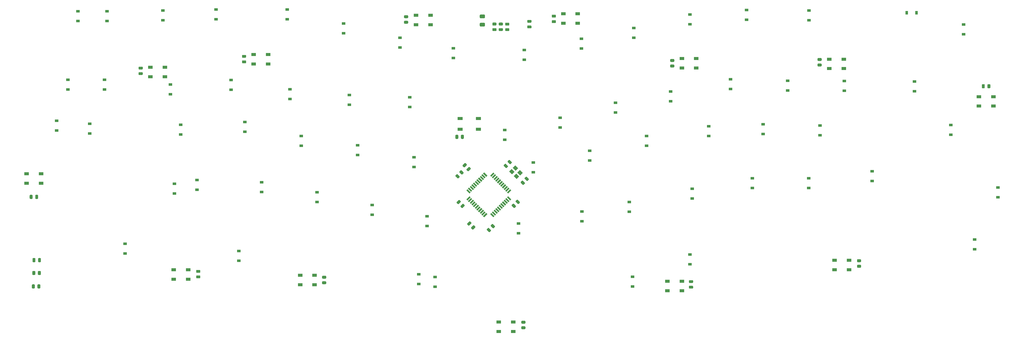
<source format=gbr>
%TF.GenerationSoftware,KiCad,Pcbnew,(5.1.6)-1*%
%TF.CreationDate,2020-07-07T18:39:20+02:00*%
%TF.ProjectId,Proyecto A,50726f79-6563-4746-9f20-412e6b696361,rev?*%
%TF.SameCoordinates,Original*%
%TF.FileFunction,Paste,Bot*%
%TF.FilePolarity,Positive*%
%FSLAX46Y46*%
G04 Gerber Fmt 4.6, Leading zero omitted, Abs format (unit mm)*
G04 Created by KiCad (PCBNEW (5.1.6)-1) date 2020-07-07 18:39:20*
%MOMM*%
%LPD*%
G01*
G04 APERTURE LIST*
%ADD10R,1.200000X0.900000*%
%ADD11C,0.100000*%
%ADD12R,1.800000X1.100000*%
%ADD13R,0.900000X1.200000*%
%ADD14R,1.500000X1.000000*%
G04 APERTURE END LIST*
%TO.C,C21*%
G36*
G01*
X171042650Y-86115499D02*
X170130150Y-86115499D01*
G75*
G02*
X169886400Y-85871749I0J243750D01*
G01*
X169886400Y-85384249D01*
G75*
G02*
X170130150Y-85140499I243750J0D01*
G01*
X171042650Y-85140499D01*
G75*
G02*
X171286400Y-85384249I0J-243750D01*
G01*
X171286400Y-85871749D01*
G75*
G02*
X171042650Y-86115499I-243750J0D01*
G01*
G37*
G36*
G01*
X171042650Y-87990499D02*
X170130150Y-87990499D01*
G75*
G02*
X169886400Y-87746749I0J243750D01*
G01*
X169886400Y-87259249D01*
G75*
G02*
X170130150Y-87015499I243750J0D01*
G01*
X171042650Y-87015499D01*
G75*
G02*
X171286400Y-87259249I0J-243750D01*
G01*
X171286400Y-87746749D01*
G75*
G02*
X171042650Y-87990499I-243750J0D01*
G01*
G37*
%TD*%
%TO.C,C20*%
G36*
G01*
X128497650Y-84132000D02*
X127585150Y-84132000D01*
G75*
G02*
X127341400Y-83888250I0J243750D01*
G01*
X127341400Y-83400750D01*
G75*
G02*
X127585150Y-83157000I243750J0D01*
G01*
X128497650Y-83157000D01*
G75*
G02*
X128741400Y-83400750I0J-243750D01*
G01*
X128741400Y-83888250D01*
G75*
G02*
X128497650Y-84132000I-243750J0D01*
G01*
G37*
G36*
G01*
X128497650Y-86007000D02*
X127585150Y-86007000D01*
G75*
G02*
X127341400Y-85763250I0J243750D01*
G01*
X127341400Y-85275750D01*
G75*
G02*
X127585150Y-85032000I243750J0D01*
G01*
X128497650Y-85032000D01*
G75*
G02*
X128741400Y-85275750I0J-243750D01*
G01*
X128741400Y-85763250D01*
G75*
G02*
X128497650Y-86007000I-243750J0D01*
G01*
G37*
%TD*%
%TO.C,C19*%
G36*
G01*
X72092400Y-57963750D02*
X72092400Y-58876250D01*
G75*
G02*
X71848650Y-59120000I-243750J0D01*
G01*
X71361150Y-59120000D01*
G75*
G02*
X71117400Y-58876250I0J243750D01*
G01*
X71117400Y-57963750D01*
G75*
G02*
X71361150Y-57720000I243750J0D01*
G01*
X71848650Y-57720000D01*
G75*
G02*
X72092400Y-57963750I0J-243750D01*
G01*
G37*
G36*
G01*
X73967400Y-57963750D02*
X73967400Y-58876250D01*
G75*
G02*
X73723650Y-59120000I-243750J0D01*
G01*
X73236150Y-59120000D01*
G75*
G02*
X72992400Y-58876250I0J243750D01*
G01*
X72992400Y-57963750D01*
G75*
G02*
X73236150Y-57720000I243750J0D01*
G01*
X73723650Y-57720000D01*
G75*
G02*
X73967400Y-57963750I0J-243750D01*
G01*
G37*
%TD*%
%TO.C,C18*%
G36*
G01*
X109066650Y-15298000D02*
X108154150Y-15298000D01*
G75*
G02*
X107910400Y-15054250I0J243750D01*
G01*
X107910400Y-14566750D01*
G75*
G02*
X108154150Y-14323000I243750J0D01*
G01*
X109066650Y-14323000D01*
G75*
G02*
X109310400Y-14566750I0J-243750D01*
G01*
X109310400Y-15054250D01*
G75*
G02*
X109066650Y-15298000I-243750J0D01*
G01*
G37*
G36*
G01*
X109066650Y-17173000D02*
X108154150Y-17173000D01*
G75*
G02*
X107910400Y-16929250I0J243750D01*
G01*
X107910400Y-16441750D01*
G75*
G02*
X108154150Y-16198000I243750J0D01*
G01*
X109066650Y-16198000D01*
G75*
G02*
X109310400Y-16441750I0J-243750D01*
G01*
X109310400Y-16929250D01*
G75*
G02*
X109066650Y-17173000I-243750J0D01*
G01*
G37*
%TD*%
%TO.C,C17*%
G36*
G01*
X143991650Y-11312499D02*
X143079150Y-11312499D01*
G75*
G02*
X142835400Y-11068749I0J243750D01*
G01*
X142835400Y-10581249D01*
G75*
G02*
X143079150Y-10337499I243750J0D01*
G01*
X143991650Y-10337499D01*
G75*
G02*
X144235400Y-10581249I0J-243750D01*
G01*
X144235400Y-11068749D01*
G75*
G02*
X143991650Y-11312499I-243750J0D01*
G01*
G37*
G36*
G01*
X143991650Y-13187499D02*
X143079150Y-13187499D01*
G75*
G02*
X142835400Y-12943749I0J243750D01*
G01*
X142835400Y-12456249D01*
G75*
G02*
X143079150Y-12212499I243750J0D01*
G01*
X143991650Y-12212499D01*
G75*
G02*
X144235400Y-12456249I0J-243750D01*
G01*
X144235400Y-12943749D01*
G75*
G02*
X143991650Y-13187499I-243750J0D01*
G01*
G37*
%TD*%
%TO.C,C16*%
G36*
G01*
X198728650Y2101000D02*
X197816150Y2101000D01*
G75*
G02*
X197572400Y2344750I0J243750D01*
G01*
X197572400Y2832250D01*
G75*
G02*
X197816150Y3076000I243750J0D01*
G01*
X198728650Y3076000D01*
G75*
G02*
X198972400Y2832250I0J-243750D01*
G01*
X198972400Y2344750D01*
G75*
G02*
X198728650Y2101000I-243750J0D01*
G01*
G37*
G36*
G01*
X198728650Y226000D02*
X197816150Y226000D01*
G75*
G02*
X197572400Y469750I0J243750D01*
G01*
X197572400Y957250D01*
G75*
G02*
X197816150Y1201000I243750J0D01*
G01*
X198728650Y1201000D01*
G75*
G02*
X198972400Y957250I0J-243750D01*
G01*
X198972400Y469750D01*
G75*
G02*
X198728650Y226000I-243750J0D01*
G01*
G37*
%TD*%
%TO.C,C15*%
G36*
G01*
X248639650Y2306499D02*
X247727150Y2306499D01*
G75*
G02*
X247483400Y2550249I0J243750D01*
G01*
X247483400Y3037749D01*
G75*
G02*
X247727150Y3281499I243750J0D01*
G01*
X248639650Y3281499D01*
G75*
G02*
X248883400Y3037749I0J-243750D01*
G01*
X248883400Y2550249D01*
G75*
G02*
X248639650Y2306499I-243750J0D01*
G01*
G37*
G36*
G01*
X248639650Y431499D02*
X247727150Y431499D01*
G75*
G02*
X247483400Y675249I0J243750D01*
G01*
X247483400Y1162749D01*
G75*
G02*
X247727150Y1406499I243750J0D01*
G01*
X248639650Y1406499D01*
G75*
G02*
X248883400Y1162749I0J-243750D01*
G01*
X248883400Y675249D01*
G75*
G02*
X248639650Y431499I-243750J0D01*
G01*
G37*
%TD*%
%TO.C,C14*%
G36*
G01*
X288644650Y-12709499D02*
X287732150Y-12709499D01*
G75*
G02*
X287488400Y-12465749I0J243750D01*
G01*
X287488400Y-11978249D01*
G75*
G02*
X287732150Y-11734499I243750J0D01*
G01*
X288644650Y-11734499D01*
G75*
G02*
X288888400Y-11978249I0J-243750D01*
G01*
X288888400Y-12465749D01*
G75*
G02*
X288644650Y-12709499I-243750J0D01*
G01*
G37*
G36*
G01*
X288644650Y-14584499D02*
X287732150Y-14584499D01*
G75*
G02*
X287488400Y-14340749I0J243750D01*
G01*
X287488400Y-13853249D01*
G75*
G02*
X287732150Y-13609499I243750J0D01*
G01*
X288644650Y-13609499D01*
G75*
G02*
X288888400Y-13853249I0J-243750D01*
G01*
X288888400Y-14340749D01*
G75*
G02*
X288644650Y-14584499I-243750J0D01*
G01*
G37*
%TD*%
%TO.C,C13*%
G36*
G01*
X338428650Y-12377000D02*
X337516150Y-12377000D01*
G75*
G02*
X337272400Y-12133250I0J243750D01*
G01*
X337272400Y-11645750D01*
G75*
G02*
X337516150Y-11402000I243750J0D01*
G01*
X338428650Y-11402000D01*
G75*
G02*
X338672400Y-11645750I0J-243750D01*
G01*
X338672400Y-12133250D01*
G75*
G02*
X338428650Y-12377000I-243750J0D01*
G01*
G37*
G36*
G01*
X338428650Y-14252000D02*
X337516150Y-14252000D01*
G75*
G02*
X337272400Y-14008250I0J243750D01*
G01*
X337272400Y-13520750D01*
G75*
G02*
X337516150Y-13277000I243750J0D01*
G01*
X338428650Y-13277000D01*
G75*
G02*
X338672400Y-13520750I0J-243750D01*
G01*
X338672400Y-14008250D01*
G75*
G02*
X338428650Y-14252000I-243750J0D01*
G01*
G37*
%TD*%
%TO.C,C12*%
G36*
G01*
X394683400Y-21411250D02*
X394683400Y-20498750D01*
G75*
G02*
X394927150Y-20255000I243750J0D01*
G01*
X395414650Y-20255000D01*
G75*
G02*
X395658400Y-20498750I0J-243750D01*
G01*
X395658400Y-21411250D01*
G75*
G02*
X395414650Y-21655000I-243750J0D01*
G01*
X394927150Y-21655000D01*
G75*
G02*
X394683400Y-21411250I0J243750D01*
G01*
G37*
G36*
G01*
X392808400Y-21411250D02*
X392808400Y-20498750D01*
G75*
G02*
X393052150Y-20255000I243750J0D01*
G01*
X393539650Y-20255000D01*
G75*
G02*
X393783400Y-20498750I0J-243750D01*
G01*
X393783400Y-21411250D01*
G75*
G02*
X393539650Y-21655000I-243750J0D01*
G01*
X393052150Y-21655000D01*
G75*
G02*
X392808400Y-21411250I0J243750D01*
G01*
G37*
%TD*%
%TO.C,C11*%
G36*
G01*
X351763650Y-80527499D02*
X350851150Y-80527499D01*
G75*
G02*
X350607400Y-80283749I0J243750D01*
G01*
X350607400Y-79796249D01*
G75*
G02*
X350851150Y-79552499I243750J0D01*
G01*
X351763650Y-79552499D01*
G75*
G02*
X352007400Y-79796249I0J-243750D01*
G01*
X352007400Y-80283749D01*
G75*
G02*
X351763650Y-80527499I-243750J0D01*
G01*
G37*
G36*
G01*
X351763650Y-82402499D02*
X350851150Y-82402499D01*
G75*
G02*
X350607400Y-82158749I0J243750D01*
G01*
X350607400Y-81671249D01*
G75*
G02*
X350851150Y-81427499I243750J0D01*
G01*
X351763650Y-81427499D01*
G75*
G02*
X352007400Y-81671249I0J-243750D01*
G01*
X352007400Y-82158749D01*
G75*
G02*
X351763650Y-82402499I-243750J0D01*
G01*
G37*
%TD*%
%TO.C,C10*%
G36*
G01*
X294994650Y-87609500D02*
X294082150Y-87609500D01*
G75*
G02*
X293838400Y-87365750I0J243750D01*
G01*
X293838400Y-86878250D01*
G75*
G02*
X294082150Y-86634500I243750J0D01*
G01*
X294994650Y-86634500D01*
G75*
G02*
X295238400Y-86878250I0J-243750D01*
G01*
X295238400Y-87365750D01*
G75*
G02*
X294994650Y-87609500I-243750J0D01*
G01*
G37*
G36*
G01*
X294994650Y-89484500D02*
X294082150Y-89484500D01*
G75*
G02*
X293838400Y-89240750I0J243750D01*
G01*
X293838400Y-88753250D01*
G75*
G02*
X294082150Y-88509500I243750J0D01*
G01*
X294994650Y-88509500D01*
G75*
G02*
X295238400Y-88753250I0J-243750D01*
G01*
X295238400Y-89240750D01*
G75*
G02*
X294994650Y-89484500I-243750J0D01*
G01*
G37*
%TD*%
%TO.C,C9*%
G36*
G01*
X238352650Y-101355499D02*
X237440150Y-101355499D01*
G75*
G02*
X237196400Y-101111749I0J243750D01*
G01*
X237196400Y-100624249D01*
G75*
G02*
X237440150Y-100380499I243750J0D01*
G01*
X238352650Y-100380499D01*
G75*
G02*
X238596400Y-100624249I0J-243750D01*
G01*
X238596400Y-101111749D01*
G75*
G02*
X238352650Y-101355499I-243750J0D01*
G01*
G37*
G36*
G01*
X238352650Y-103230499D02*
X237440150Y-103230499D01*
G75*
G02*
X237196400Y-102986749I0J243750D01*
G01*
X237196400Y-102499249D01*
G75*
G02*
X237440150Y-102255499I243750J0D01*
G01*
X238352650Y-102255499D01*
G75*
G02*
X238596400Y-102499249I0J-243750D01*
G01*
X238596400Y-102986749D01*
G75*
G02*
X238352650Y-103230499I-243750J0D01*
G01*
G37*
%TD*%
D10*
%TO.C,D_63*%
X294177400Y-81217000D03*
X294177400Y-77917000D03*
%TD*%
%TO.C,R6*%
G36*
G01*
X73000000Y-83743750D02*
X73000000Y-84656250D01*
G75*
G02*
X72756250Y-84900000I-243750J0D01*
G01*
X72268750Y-84900000D01*
G75*
G02*
X72025000Y-84656250I0J243750D01*
G01*
X72025000Y-83743750D01*
G75*
G02*
X72268750Y-83500000I243750J0D01*
G01*
X72756250Y-83500000D01*
G75*
G02*
X73000000Y-83743750I0J-243750D01*
G01*
G37*
G36*
G01*
X74875000Y-83743750D02*
X74875000Y-84656250D01*
G75*
G02*
X74631250Y-84900000I-243750J0D01*
G01*
X74143750Y-84900000D01*
G75*
G02*
X73900000Y-84656250I0J243750D01*
G01*
X73900000Y-83743750D01*
G75*
G02*
X74143750Y-83500000I243750J0D01*
G01*
X74631250Y-83500000D01*
G75*
G02*
X74875000Y-83743750I0J-243750D01*
G01*
G37*
%TD*%
%TO.C,C7*%
G36*
G01*
X216968216Y-50791419D02*
X216322981Y-50146184D01*
G75*
G02*
X216322981Y-49801470I172357J172357D01*
G01*
X216667696Y-49456755D01*
G75*
G02*
X217012410Y-49456755I172357J-172357D01*
G01*
X217657645Y-50101990D01*
G75*
G02*
X217657645Y-50446704I-172357J-172357D01*
G01*
X217312930Y-50791419D01*
G75*
G02*
X216968216Y-50791419I-172357J172357D01*
G01*
G37*
G36*
G01*
X215642390Y-52117245D02*
X214997155Y-51472010D01*
G75*
G02*
X214997155Y-51127296I172357J172357D01*
G01*
X215341870Y-50782581D01*
G75*
G02*
X215686584Y-50782581I172357J-172357D01*
G01*
X216331819Y-51427816D01*
G75*
G02*
X216331819Y-51772530I-172357J-172357D01*
G01*
X215987104Y-52117245D01*
G75*
G02*
X215642390Y-52117245I-172357J172357D01*
G01*
G37*
%TD*%
%TO.C,D_40*%
X300557528Y-37820961D03*
X300557528Y-34520961D03*
%TD*%
%TO.C,D_44*%
X386670000Y-50000D03*
X386670000Y-3350000D03*
%TD*%
D11*
%TO.C,Y1*%
G36*
X237676639Y-50297711D02*
G01*
X236828111Y-51146239D01*
X235838161Y-50156289D01*
X236686689Y-49307761D01*
X237676639Y-50297711D01*
G37*
G36*
X236121004Y-48742076D02*
G01*
X235272476Y-49590604D01*
X234282526Y-48600654D01*
X235131054Y-47752126D01*
X236121004Y-48742076D01*
G37*
G36*
X234918923Y-49944157D02*
G01*
X234070395Y-50792685D01*
X233080445Y-49802735D01*
X233928973Y-48954207D01*
X234918923Y-49944157D01*
G37*
G36*
X236474558Y-51499792D02*
G01*
X235626030Y-52348320D01*
X234636080Y-51358370D01*
X235484608Y-50509842D01*
X236474558Y-51499792D01*
G37*
%TD*%
%TO.C,U1*%
G36*
X219684700Y-58206978D02*
G01*
X220073608Y-58595886D01*
X219012948Y-59656546D01*
X218624040Y-59267638D01*
X219684700Y-58206978D01*
G37*
G36*
X220250386Y-58772663D02*
G01*
X220639294Y-59161571D01*
X219578634Y-60222231D01*
X219189726Y-59833323D01*
X220250386Y-58772663D01*
G37*
G36*
X220816071Y-59338348D02*
G01*
X221204979Y-59727256D01*
X220144319Y-60787916D01*
X219755411Y-60399008D01*
X220816071Y-59338348D01*
G37*
G36*
X221381756Y-59904034D02*
G01*
X221770664Y-60292942D01*
X220710004Y-61353602D01*
X220321096Y-60964694D01*
X221381756Y-59904034D01*
G37*
G36*
X221947442Y-60469719D02*
G01*
X222336350Y-60858627D01*
X221275690Y-61919287D01*
X220886782Y-61530379D01*
X221947442Y-60469719D01*
G37*
G36*
X222513127Y-61035405D02*
G01*
X222902035Y-61424313D01*
X221841375Y-62484973D01*
X221452467Y-62096065D01*
X222513127Y-61035405D01*
G37*
G36*
X223078813Y-61601090D02*
G01*
X223467721Y-61989998D01*
X222407061Y-63050658D01*
X222018153Y-62661750D01*
X223078813Y-61601090D01*
G37*
G36*
X223644498Y-62166776D02*
G01*
X224033406Y-62555684D01*
X222972746Y-63616344D01*
X222583838Y-63227436D01*
X223644498Y-62166776D01*
G37*
G36*
X224210184Y-62732461D02*
G01*
X224599092Y-63121369D01*
X223538432Y-64182029D01*
X223149524Y-63793121D01*
X224210184Y-62732461D01*
G37*
G36*
X224775869Y-63298146D02*
G01*
X225164777Y-63687054D01*
X224104117Y-64747714D01*
X223715209Y-64358806D01*
X224775869Y-63298146D01*
G37*
G36*
X225341554Y-63863832D02*
G01*
X225730462Y-64252740D01*
X224669802Y-65313400D01*
X224280894Y-64924492D01*
X225341554Y-63863832D01*
G37*
G36*
X226685058Y-64252740D02*
G01*
X227073966Y-63863832D01*
X228134626Y-64924492D01*
X227745718Y-65313400D01*
X226685058Y-64252740D01*
G37*
G36*
X227250743Y-63687054D02*
G01*
X227639651Y-63298146D01*
X228700311Y-64358806D01*
X228311403Y-64747714D01*
X227250743Y-63687054D01*
G37*
G36*
X227816428Y-63121369D02*
G01*
X228205336Y-62732461D01*
X229265996Y-63793121D01*
X228877088Y-64182029D01*
X227816428Y-63121369D01*
G37*
G36*
X228382114Y-62555684D02*
G01*
X228771022Y-62166776D01*
X229831682Y-63227436D01*
X229442774Y-63616344D01*
X228382114Y-62555684D01*
G37*
G36*
X228947799Y-61989998D02*
G01*
X229336707Y-61601090D01*
X230397367Y-62661750D01*
X230008459Y-63050658D01*
X228947799Y-61989998D01*
G37*
G36*
X229513485Y-61424313D02*
G01*
X229902393Y-61035405D01*
X230963053Y-62096065D01*
X230574145Y-62484973D01*
X229513485Y-61424313D01*
G37*
G36*
X230079170Y-60858627D02*
G01*
X230468078Y-60469719D01*
X231528738Y-61530379D01*
X231139830Y-61919287D01*
X230079170Y-60858627D01*
G37*
G36*
X230644856Y-60292942D02*
G01*
X231033764Y-59904034D01*
X232094424Y-60964694D01*
X231705516Y-61353602D01*
X230644856Y-60292942D01*
G37*
G36*
X231210541Y-59727256D02*
G01*
X231599449Y-59338348D01*
X232660109Y-60399008D01*
X232271201Y-60787916D01*
X231210541Y-59727256D01*
G37*
G36*
X231776226Y-59161571D02*
G01*
X232165134Y-58772663D01*
X233225794Y-59833323D01*
X232836886Y-60222231D01*
X231776226Y-59161571D01*
G37*
G36*
X232341912Y-58595886D02*
G01*
X232730820Y-58206978D01*
X233791480Y-59267638D01*
X233402572Y-59656546D01*
X232341912Y-58595886D01*
G37*
G36*
X233402572Y-55802814D02*
G01*
X233791480Y-56191722D01*
X232730820Y-57252382D01*
X232341912Y-56863474D01*
X233402572Y-55802814D01*
G37*
G36*
X232836886Y-55237129D02*
G01*
X233225794Y-55626037D01*
X232165134Y-56686697D01*
X231776226Y-56297789D01*
X232836886Y-55237129D01*
G37*
G36*
X232271201Y-54671444D02*
G01*
X232660109Y-55060352D01*
X231599449Y-56121012D01*
X231210541Y-55732104D01*
X232271201Y-54671444D01*
G37*
G36*
X231705516Y-54105758D02*
G01*
X232094424Y-54494666D01*
X231033764Y-55555326D01*
X230644856Y-55166418D01*
X231705516Y-54105758D01*
G37*
G36*
X231139830Y-53540073D02*
G01*
X231528738Y-53928981D01*
X230468078Y-54989641D01*
X230079170Y-54600733D01*
X231139830Y-53540073D01*
G37*
G36*
X230574145Y-52974387D02*
G01*
X230963053Y-53363295D01*
X229902393Y-54423955D01*
X229513485Y-54035047D01*
X230574145Y-52974387D01*
G37*
G36*
X230008459Y-52408702D02*
G01*
X230397367Y-52797610D01*
X229336707Y-53858270D01*
X228947799Y-53469362D01*
X230008459Y-52408702D01*
G37*
G36*
X229442774Y-51843016D02*
G01*
X229831682Y-52231924D01*
X228771022Y-53292584D01*
X228382114Y-52903676D01*
X229442774Y-51843016D01*
G37*
G36*
X228877088Y-51277331D02*
G01*
X229265996Y-51666239D01*
X228205336Y-52726899D01*
X227816428Y-52337991D01*
X228877088Y-51277331D01*
G37*
G36*
X228311403Y-50711646D02*
G01*
X228700311Y-51100554D01*
X227639651Y-52161214D01*
X227250743Y-51772306D01*
X228311403Y-50711646D01*
G37*
G36*
X227745718Y-50145960D02*
G01*
X228134626Y-50534868D01*
X227073966Y-51595528D01*
X226685058Y-51206620D01*
X227745718Y-50145960D01*
G37*
G36*
X224280894Y-50534868D02*
G01*
X224669802Y-50145960D01*
X225730462Y-51206620D01*
X225341554Y-51595528D01*
X224280894Y-50534868D01*
G37*
G36*
X223715209Y-51100554D02*
G01*
X224104117Y-50711646D01*
X225164777Y-51772306D01*
X224775869Y-52161214D01*
X223715209Y-51100554D01*
G37*
G36*
X223149524Y-51666239D02*
G01*
X223538432Y-51277331D01*
X224599092Y-52337991D01*
X224210184Y-52726899D01*
X223149524Y-51666239D01*
G37*
G36*
X222583838Y-52231924D02*
G01*
X222972746Y-51843016D01*
X224033406Y-52903676D01*
X223644498Y-53292584D01*
X222583838Y-52231924D01*
G37*
G36*
X222018153Y-52797610D02*
G01*
X222407061Y-52408702D01*
X223467721Y-53469362D01*
X223078813Y-53858270D01*
X222018153Y-52797610D01*
G37*
G36*
X221452467Y-53363295D02*
G01*
X221841375Y-52974387D01*
X222902035Y-54035047D01*
X222513127Y-54423955D01*
X221452467Y-53363295D01*
G37*
G36*
X220886782Y-53928981D02*
G01*
X221275690Y-53540073D01*
X222336350Y-54600733D01*
X221947442Y-54989641D01*
X220886782Y-53928981D01*
G37*
G36*
X220321096Y-54494666D02*
G01*
X220710004Y-54105758D01*
X221770664Y-55166418D01*
X221381756Y-55555326D01*
X220321096Y-54494666D01*
G37*
G36*
X219755411Y-55060352D02*
G01*
X220144319Y-54671444D01*
X221204979Y-55732104D01*
X220816071Y-56121012D01*
X219755411Y-55060352D01*
G37*
G36*
X219189726Y-55626037D02*
G01*
X219578634Y-55237129D01*
X220639294Y-56297789D01*
X220250386Y-56686697D01*
X219189726Y-55626037D01*
G37*
G36*
X218624040Y-56191722D02*
G01*
X219012948Y-55802814D01*
X220073608Y-56863474D01*
X219684700Y-57252382D01*
X218624040Y-56191722D01*
G37*
%TD*%
D12*
%TO.C,SW1*%
X216550000Y-35550000D03*
X222750000Y-35550000D03*
X216550000Y-31850000D03*
X222750000Y-31850000D03*
%TD*%
%TO.C,R9*%
G36*
G01*
X228573650Y-2262500D02*
X227661150Y-2262500D01*
G75*
G02*
X227417400Y-2018750I0J243750D01*
G01*
X227417400Y-1531250D01*
G75*
G02*
X227661150Y-1287500I243750J0D01*
G01*
X228573650Y-1287500D01*
G75*
G02*
X228817400Y-1531250I0J-243750D01*
G01*
X228817400Y-2018750D01*
G75*
G02*
X228573650Y-2262500I-243750J0D01*
G01*
G37*
G36*
G01*
X228573650Y-387500D02*
X227661150Y-387500D01*
G75*
G02*
X227417400Y-143750I0J243750D01*
G01*
X227417400Y343750D01*
G75*
G02*
X227661150Y587500I243750J0D01*
G01*
X228573650Y587500D01*
G75*
G02*
X228817400Y343750I0J-243750D01*
G01*
X228817400Y-143750D01*
G75*
G02*
X228573650Y-387500I-243750J0D01*
G01*
G37*
%TD*%
%TO.C,R8*%
G36*
G01*
X240384650Y-1346500D02*
X239472150Y-1346500D01*
G75*
G02*
X239228400Y-1102750I0J243750D01*
G01*
X239228400Y-615250D01*
G75*
G02*
X239472150Y-371500I243750J0D01*
G01*
X240384650Y-371500D01*
G75*
G02*
X240628400Y-615250I0J-243750D01*
G01*
X240628400Y-1102750D01*
G75*
G02*
X240384650Y-1346500I-243750J0D01*
G01*
G37*
G36*
G01*
X240384650Y528500D02*
X239472150Y528500D01*
G75*
G02*
X239228400Y772250I0J243750D01*
G01*
X239228400Y1259750D01*
G75*
G02*
X239472150Y1503500I243750J0D01*
G01*
X240384650Y1503500D01*
G75*
G02*
X240628400Y1259750I0J-243750D01*
G01*
X240628400Y772250D01*
G75*
G02*
X240384650Y528500I-243750J0D01*
G01*
G37*
%TD*%
%TO.C,R7*%
G36*
G01*
X73050000Y-79393750D02*
X73050000Y-80306250D01*
G75*
G02*
X72806250Y-80550000I-243750J0D01*
G01*
X72318750Y-80550000D01*
G75*
G02*
X72075000Y-80306250I0J243750D01*
G01*
X72075000Y-79393750D01*
G75*
G02*
X72318750Y-79150000I243750J0D01*
G01*
X72806250Y-79150000D01*
G75*
G02*
X73050000Y-79393750I0J-243750D01*
G01*
G37*
G36*
G01*
X74925000Y-79393750D02*
X74925000Y-80306250D01*
G75*
G02*
X74681250Y-80550000I-243750J0D01*
G01*
X74193750Y-80550000D01*
G75*
G02*
X73950000Y-80306250I0J243750D01*
G01*
X73950000Y-79393750D01*
G75*
G02*
X74193750Y-79150000I243750J0D01*
G01*
X74681250Y-79150000D01*
G75*
G02*
X74925000Y-79393750I0J-243750D01*
G01*
G37*
%TD*%
%TO.C,R5*%
G36*
G01*
X72842499Y-88293750D02*
X72842499Y-89206250D01*
G75*
G02*
X72598749Y-89450000I-243750J0D01*
G01*
X72111249Y-89450000D01*
G75*
G02*
X71867499Y-89206250I0J243750D01*
G01*
X71867499Y-88293750D01*
G75*
G02*
X72111249Y-88050000I243750J0D01*
G01*
X72598749Y-88050000D01*
G75*
G02*
X72842499Y-88293750I0J-243750D01*
G01*
G37*
G36*
G01*
X74717499Y-88293750D02*
X74717499Y-89206250D01*
G75*
G02*
X74473749Y-89450000I-243750J0D01*
G01*
X73986249Y-89450000D01*
G75*
G02*
X73742499Y-89206250I0J243750D01*
G01*
X73742499Y-88293750D01*
G75*
G02*
X73986249Y-88050000I243750J0D01*
G01*
X74473749Y-88050000D01*
G75*
G02*
X74717499Y-88293750I0J-243750D01*
G01*
G37*
%TD*%
%TO.C,R4*%
G36*
G01*
X227568216Y-68991419D02*
X226922981Y-68346184D01*
G75*
G02*
X226922981Y-68001470I172357J172357D01*
G01*
X227267696Y-67656755D01*
G75*
G02*
X227612410Y-67656755I172357J-172357D01*
G01*
X228257645Y-68301990D01*
G75*
G02*
X228257645Y-68646704I-172357J-172357D01*
G01*
X227912930Y-68991419D01*
G75*
G02*
X227568216Y-68991419I-172357J172357D01*
G01*
G37*
G36*
G01*
X226242390Y-70317245D02*
X225597155Y-69672010D01*
G75*
G02*
X225597155Y-69327296I172357J172357D01*
G01*
X225941870Y-68982581D01*
G75*
G02*
X226286584Y-68982581I172357J-172357D01*
G01*
X226931819Y-69627816D01*
G75*
G02*
X226931819Y-69972530I-172357J-172357D01*
G01*
X226587104Y-70317245D01*
G75*
G02*
X226242390Y-70317245I-172357J172357D01*
G01*
G37*
%TD*%
%TO.C,R3*%
G36*
G01*
X215914901Y-37630750D02*
X215914901Y-38543250D01*
G75*
G02*
X215671151Y-38787000I-243750J0D01*
G01*
X215183651Y-38787000D01*
G75*
G02*
X214939901Y-38543250I0J243750D01*
G01*
X214939901Y-37630750D01*
G75*
G02*
X215183651Y-37387000I243750J0D01*
G01*
X215671151Y-37387000D01*
G75*
G02*
X215914901Y-37630750I0J-243750D01*
G01*
G37*
G36*
G01*
X217789901Y-37630750D02*
X217789901Y-38543250D01*
G75*
G02*
X217546151Y-38787000I-243750J0D01*
G01*
X217058651Y-38787000D01*
G75*
G02*
X216814901Y-38543250I0J243750D01*
G01*
X216814901Y-37630750D01*
G75*
G02*
X217058651Y-37387000I243750J0D01*
G01*
X217546151Y-37387000D01*
G75*
G02*
X217789901Y-37630750I0J-243750D01*
G01*
G37*
%TD*%
%TO.C,R2*%
G36*
G01*
X230732650Y-2262500D02*
X229820150Y-2262500D01*
G75*
G02*
X229576400Y-2018750I0J243750D01*
G01*
X229576400Y-1531250D01*
G75*
G02*
X229820150Y-1287500I243750J0D01*
G01*
X230732650Y-1287500D01*
G75*
G02*
X230976400Y-1531250I0J-243750D01*
G01*
X230976400Y-2018750D01*
G75*
G02*
X230732650Y-2262500I-243750J0D01*
G01*
G37*
G36*
G01*
X230732650Y-387500D02*
X229820150Y-387500D01*
G75*
G02*
X229576400Y-143750I0J243750D01*
G01*
X229576400Y343750D01*
G75*
G02*
X229820150Y587500I243750J0D01*
G01*
X230732650Y587500D01*
G75*
G02*
X230976400Y343750I0J-243750D01*
G01*
X230976400Y-143750D01*
G75*
G02*
X230732650Y-387500I-243750J0D01*
G01*
G37*
%TD*%
%TO.C,R1*%
G36*
G01*
X232891650Y-2272500D02*
X231979150Y-2272500D01*
G75*
G02*
X231735400Y-2028750I0J243750D01*
G01*
X231735400Y-1541250D01*
G75*
G02*
X231979150Y-1297500I243750J0D01*
G01*
X232891650Y-1297500D01*
G75*
G02*
X233135400Y-1541250I0J-243750D01*
G01*
X233135400Y-2028750D01*
G75*
G02*
X232891650Y-2272500I-243750J0D01*
G01*
G37*
G36*
G01*
X232891650Y-397500D02*
X231979150Y-397500D01*
G75*
G02*
X231735400Y-153750I0J243750D01*
G01*
X231735400Y333750D01*
G75*
G02*
X231979150Y577500I243750J0D01*
G01*
X232891650Y577500D01*
G75*
G02*
X233135400Y333750I0J-243750D01*
G01*
X233135400Y-153750D01*
G75*
G02*
X232891650Y-397500I-243750J0D01*
G01*
G37*
%TD*%
%TO.C,F1*%
G36*
G01*
X224675000Y2075000D02*
X223425000Y2075000D01*
G75*
G02*
X223175000Y2325000I0J250000D01*
G01*
X223175000Y3075000D01*
G75*
G02*
X223425000Y3325000I250000J0D01*
G01*
X224675000Y3325000D01*
G75*
G02*
X224925000Y3075000I0J-250000D01*
G01*
X224925000Y2325000D01*
G75*
G02*
X224675000Y2075000I-250000J0D01*
G01*
G37*
G36*
G01*
X224675000Y-725000D02*
X223425000Y-725000D01*
G75*
G02*
X223175000Y-475000I0J250000D01*
G01*
X223175000Y275000D01*
G75*
G02*
X223425000Y525000I250000J0D01*
G01*
X224675000Y525000D01*
G75*
G02*
X224925000Y275000I0J-250000D01*
G01*
X224925000Y-475000D01*
G75*
G02*
X224675000Y-725000I-250000J0D01*
G01*
G37*
%TD*%
D10*
%TO.C,D_65*%
X398250000Y-55250000D03*
X398250000Y-58550000D03*
%TD*%
%TO.C,D_64*%
X390350000Y-76150000D03*
X390350000Y-72850000D03*
%TD*%
%TO.C,D_62*%
X274768750Y-88768750D03*
X274768750Y-85468750D03*
%TD*%
%TO.C,D_61*%
X208050000Y-88900000D03*
X208050000Y-85600000D03*
%TD*%
%TO.C,D_60*%
X202550000Y-87900000D03*
X202550000Y-84600000D03*
%TD*%
%TO.C,D_59*%
X141807400Y-80097000D03*
X141807400Y-76797000D03*
%TD*%
%TO.C,D_58*%
X103318750Y-77593750D03*
X103318750Y-74293750D03*
%TD*%
%TO.C,D_57*%
X355731250Y-53050000D03*
X355731250Y-49750000D03*
%TD*%
%TO.C,D_56*%
X334300000Y-55431250D03*
X334300000Y-52131250D03*
%TD*%
%TO.C,D_55*%
X315250000Y-55431250D03*
X315250000Y-52131250D03*
%TD*%
%TO.C,D_54*%
X294980000Y-59000000D03*
X294980000Y-55700000D03*
%TD*%
%TO.C,D_53*%
X273650000Y-63500000D03*
X273650000Y-60200000D03*
%TD*%
%TO.C,D_52*%
X257650000Y-66640000D03*
X257650000Y-63340000D03*
%TD*%
%TO.C,D_51*%
X236300000Y-70750000D03*
X236300000Y-67450000D03*
%TD*%
%TO.C,D_50*%
X205400000Y-68300000D03*
X205400000Y-65000000D03*
%TD*%
%TO.C,D_49*%
X186850000Y-64450000D03*
X186850000Y-61150000D03*
%TD*%
%TO.C,D_48*%
X168200000Y-60200000D03*
X168200000Y-56900000D03*
%TD*%
%TO.C,D_47*%
X149450000Y-56750000D03*
X149450000Y-53450000D03*
%TD*%
%TO.C,D_46*%
X127620000Y-56040000D03*
X127620000Y-52740000D03*
%TD*%
%TO.C,D_45*%
X119987500Y-57250000D03*
X119987500Y-53950000D03*
%TD*%
%TO.C,D_43*%
X382350000Y-37400000D03*
X382350000Y-34100000D03*
%TD*%
%TO.C,D_42*%
X338100000Y-37530000D03*
X338100000Y-34230000D03*
%TD*%
%TO.C,D_41*%
X318900000Y-37150000D03*
X318900000Y-33850000D03*
%TD*%
%TO.C,D_39*%
X279531250Y-41143750D03*
X279531250Y-37843750D03*
%TD*%
%TO.C,D_38*%
X260270000Y-46140000D03*
X260270000Y-42840000D03*
%TD*%
%TO.C,D_37*%
X241250000Y-50050000D03*
X241250000Y-46750000D03*
%TD*%
%TO.C,D_36*%
X200950000Y-48287500D03*
X200950000Y-44987500D03*
%TD*%
%TO.C,D_35*%
X181900000Y-44256250D03*
X181900000Y-40956250D03*
%TD*%
%TO.C,D_34*%
X162850000Y-41143750D03*
X162850000Y-37843750D03*
%TD*%
%TO.C,D_33*%
X143800000Y-36381250D03*
X143800000Y-33081250D03*
%TD*%
%TO.C,D_32*%
X122170000Y-37310000D03*
X122170000Y-34010000D03*
%TD*%
%TO.C,D_31*%
X91410000Y-36950000D03*
X91410000Y-33650000D03*
%TD*%
%TO.C,D_30*%
X80250000Y-35950000D03*
X80250000Y-32650000D03*
%TD*%
%TO.C,D_29*%
X370049999Y-22643750D03*
X370049999Y-19343750D03*
%TD*%
%TO.C,D_28*%
X346289074Y-22470545D03*
X346289074Y-19170545D03*
%TD*%
%TO.C,D_27*%
X327175000Y-22375000D03*
X327175000Y-19075000D03*
%TD*%
%TO.C,D_26*%
X307930000Y-21915001D03*
X307930000Y-18615001D03*
%TD*%
%TO.C,D_25*%
X287625000Y-26000000D03*
X287625000Y-22700000D03*
%TD*%
%TO.C,D_24*%
X269000000Y-29850000D03*
X269000000Y-26550000D03*
%TD*%
%TO.C,D_23*%
X250350000Y-34925000D03*
X250350000Y-31625000D03*
%TD*%
%TO.C,D_22*%
X231575000Y-39075000D03*
X231575000Y-35775000D03*
%TD*%
%TO.C,D_21*%
X199520000Y-28010000D03*
X199520000Y-24710000D03*
%TD*%
%TO.C,D_20*%
X179100000Y-27250000D03*
X179100000Y-23950000D03*
%TD*%
%TO.C,D_19*%
X159075000Y-25275000D03*
X159075000Y-21975000D03*
%TD*%
%TO.C,D_18*%
X139127400Y-22187000D03*
X139127400Y-18887000D03*
%TD*%
%TO.C,D_17*%
X118700000Y-23700000D03*
X118700000Y-20400000D03*
%TD*%
%TO.C,D_16*%
X96375000Y-22050000D03*
X96375000Y-18750000D03*
%TD*%
%TO.C,D_15*%
X84000000Y-22050000D03*
X84000000Y-18750000D03*
%TD*%
D13*
%TO.C,D_14*%
X370700000Y3900000D03*
X367400000Y3900000D03*
%TD*%
D10*
%TO.C,D_13*%
X334400000Y1400000D03*
X334400000Y4700000D03*
%TD*%
%TO.C,D_12*%
X313350000Y1550000D03*
X313350000Y4850000D03*
%TD*%
%TO.C,D_11*%
X294150000Y0D03*
X294150000Y3300000D03*
%TD*%
%TO.C,D_10*%
X275200000Y-4500000D03*
X275200000Y-1200000D03*
%TD*%
%TO.C,D_9*%
X257500000Y-8150000D03*
X257500000Y-4850000D03*
%TD*%
%TO.C,D_8*%
X238250000Y-12000000D03*
X238250000Y-8700000D03*
%TD*%
%TO.C,D_7*%
X214240000Y-11410000D03*
X214240000Y-8110000D03*
%TD*%
%TO.C,D_6*%
X196187500Y-7806250D03*
X196187500Y-4506250D03*
%TD*%
%TO.C,D_5*%
X177137500Y-3043750D03*
X177137500Y256250D03*
%TD*%
%TO.C,D_4*%
X158087500Y1718750D03*
X158087500Y5018750D03*
%TD*%
%TO.C,D_3*%
X134050000Y1750000D03*
X134050000Y5050000D03*
%TD*%
%TO.C,D_2*%
X116100000Y1350000D03*
X116100000Y4650000D03*
%TD*%
%TO.C,D_1*%
X97200000Y1100000D03*
X97200000Y4400000D03*
%TD*%
%TO.C,D_0*%
X87400000Y1150000D03*
X87400000Y4450000D03*
%TD*%
D14*
%TO.C,D16*%
X256277400Y3563000D03*
X256277400Y363000D03*
X251377400Y3563000D03*
X251377400Y363000D03*
%TD*%
%TO.C,D15*%
X167377400Y-84987000D03*
X167377400Y-88187000D03*
X162477400Y-84987000D03*
X162477400Y-88187000D03*
%TD*%
%TO.C,D14*%
X296327400Y-11587000D03*
X296327400Y-14787000D03*
X291427400Y-11587000D03*
X291427400Y-14787000D03*
%TD*%
%TO.C,D13*%
X124677400Y-83087000D03*
X124677400Y-86287000D03*
X119777400Y-83087000D03*
X119777400Y-86287000D03*
%TD*%
%TO.C,D12*%
X346127400Y-11787000D03*
X346127400Y-14987000D03*
X341227400Y-11787000D03*
X341227400Y-14987000D03*
%TD*%
%TO.C,D11*%
X70077400Y-53787000D03*
X70077400Y-50587000D03*
X74977400Y-53787000D03*
X74977400Y-50587000D03*
%TD*%
%TO.C,D10*%
X396677400Y-24487000D03*
X396677400Y-27687000D03*
X391777400Y-24487000D03*
X391777400Y-27687000D03*
%TD*%
%TO.C,D9*%
X116777400Y-14537000D03*
X116777400Y-17737000D03*
X111877400Y-14537000D03*
X111877400Y-17737000D03*
%TD*%
%TO.C,D8*%
X347927400Y-79887000D03*
X347927400Y-83087000D03*
X343027400Y-79887000D03*
X343027400Y-83087000D03*
%TD*%
%TO.C,D7*%
X151677400Y-10187000D03*
X151677400Y-13387000D03*
X146777400Y-10187000D03*
X146777400Y-13387000D03*
%TD*%
%TO.C,D6*%
X291477400Y-86987000D03*
X291477400Y-90187000D03*
X286577400Y-86987000D03*
X286577400Y-90187000D03*
%TD*%
%TO.C,D5*%
X206577400Y3063000D03*
X206577400Y-137000D03*
X201677400Y3063000D03*
X201677400Y-137000D03*
%TD*%
%TO.C,D4*%
X234477400Y-100787000D03*
X234477400Y-103987000D03*
X229577400Y-100787000D03*
X229577400Y-103987000D03*
%TD*%
%TO.C,C6*%
G36*
G01*
X218745894Y-48990729D02*
X219391129Y-48345494D01*
G75*
G02*
X219735843Y-48345494I172357J-172357D01*
G01*
X220080558Y-48690209D01*
G75*
G02*
X220080558Y-49034923I-172357J-172357D01*
G01*
X219435323Y-49680158D01*
G75*
G02*
X219090609Y-49680158I-172357J172357D01*
G01*
X218745894Y-49335443D01*
G75*
G02*
X218745894Y-48990729I172357J172357D01*
G01*
G37*
G36*
G01*
X217420068Y-47664903D02*
X218065303Y-47019668D01*
G75*
G02*
X218410017Y-47019668I172357J-172357D01*
G01*
X218754732Y-47364383D01*
G75*
G02*
X218754732Y-47709097I-172357J-172357D01*
G01*
X218109497Y-48354332D01*
G75*
G02*
X217764783Y-48354332I-172357J172357D01*
G01*
X217420068Y-48009617D01*
G75*
G02*
X217420068Y-47664903I172357J172357D01*
G01*
G37*
%TD*%
%TO.C,C5*%
G36*
G01*
X220301819Y-67466184D02*
X219656584Y-68111419D01*
G75*
G02*
X219311870Y-68111419I-172357J172357D01*
G01*
X218967155Y-67766704D01*
G75*
G02*
X218967155Y-67421990I172357J172357D01*
G01*
X219612390Y-66776755D01*
G75*
G02*
X219957104Y-66776755I172357J-172357D01*
G01*
X220301819Y-67121470D01*
G75*
G02*
X220301819Y-67466184I-172357J-172357D01*
G01*
G37*
G36*
G01*
X221627645Y-68792010D02*
X220982410Y-69437245D01*
G75*
G02*
X220637696Y-69437245I-172357J172357D01*
G01*
X220292981Y-69092530D01*
G75*
G02*
X220292981Y-68747816I172357J172357D01*
G01*
X220938216Y-68102581D01*
G75*
G02*
X221282930Y-68102581I172357J-172357D01*
G01*
X221627645Y-68447296D01*
G75*
G02*
X221627645Y-68792010I-172357J-172357D01*
G01*
G37*
%TD*%
%TO.C,C4*%
G36*
G01*
X235968216Y-60791419D02*
X235322981Y-60146184D01*
G75*
G02*
X235322981Y-59801470I172357J172357D01*
G01*
X235667696Y-59456755D01*
G75*
G02*
X236012410Y-59456755I172357J-172357D01*
G01*
X236657645Y-60101990D01*
G75*
G02*
X236657645Y-60446704I-172357J-172357D01*
G01*
X236312930Y-60791419D01*
G75*
G02*
X235968216Y-60791419I-172357J172357D01*
G01*
G37*
G36*
G01*
X234642390Y-62117245D02*
X233997155Y-61472010D01*
G75*
G02*
X233997155Y-61127296I172357J172357D01*
G01*
X234341870Y-60782581D01*
G75*
G02*
X234686584Y-60782581I172357J-172357D01*
G01*
X235331819Y-61427816D01*
G75*
G02*
X235331819Y-61772530I-172357J-172357D01*
G01*
X234987104Y-62117245D01*
G75*
G02*
X234642390Y-62117245I-172357J172357D01*
G01*
G37*
%TD*%
%TO.C,C3*%
G36*
G01*
X231993671Y-47285494D02*
X232638906Y-47930729D01*
G75*
G02*
X232638906Y-48275443I-172357J-172357D01*
G01*
X232294191Y-48620158D01*
G75*
G02*
X231949477Y-48620158I-172357J172357D01*
G01*
X231304242Y-47974923D01*
G75*
G02*
X231304242Y-47630209I172357J172357D01*
G01*
X231648957Y-47285494D01*
G75*
G02*
X231993671Y-47285494I172357J-172357D01*
G01*
G37*
G36*
G01*
X233319497Y-45959668D02*
X233964732Y-46604903D01*
G75*
G02*
X233964732Y-46949617I-172357J-172357D01*
G01*
X233620017Y-47294332D01*
G75*
G02*
X233275303Y-47294332I-172357J172357D01*
G01*
X232630068Y-46649097D01*
G75*
G02*
X232630068Y-46304383I172357J172357D01*
G01*
X232974783Y-45959668D01*
G75*
G02*
X233319497Y-45959668I172357J-172357D01*
G01*
G37*
%TD*%
%TO.C,C2*%
G36*
G01*
X239018216Y-52981419D02*
X238372981Y-52336184D01*
G75*
G02*
X238372981Y-51991470I172357J172357D01*
G01*
X238717696Y-51646755D01*
G75*
G02*
X239062410Y-51646755I172357J-172357D01*
G01*
X239707645Y-52291990D01*
G75*
G02*
X239707645Y-52636704I-172357J-172357D01*
G01*
X239362930Y-52981419D01*
G75*
G02*
X239018216Y-52981419I-172357J172357D01*
G01*
G37*
G36*
G01*
X237692390Y-54307245D02*
X237047155Y-53662010D01*
G75*
G02*
X237047155Y-53317296I172357J172357D01*
G01*
X237391870Y-52972581D01*
G75*
G02*
X237736584Y-52972581I172357J-172357D01*
G01*
X238381819Y-53617816D01*
G75*
G02*
X238381819Y-53962530I-172357J-172357D01*
G01*
X238037104Y-54307245D01*
G75*
G02*
X237692390Y-54307245I-172357J172357D01*
G01*
G37*
%TD*%
%TO.C,C1*%
G36*
G01*
X216705894Y-61470729D02*
X217351129Y-60825494D01*
G75*
G02*
X217695843Y-60825494I172357J-172357D01*
G01*
X218040558Y-61170209D01*
G75*
G02*
X218040558Y-61514923I-172357J-172357D01*
G01*
X217395323Y-62160158D01*
G75*
G02*
X217050609Y-62160158I-172357J172357D01*
G01*
X216705894Y-61815443D01*
G75*
G02*
X216705894Y-61470729I172357J172357D01*
G01*
G37*
G36*
G01*
X215380068Y-60144903D02*
X216025303Y-59499668D01*
G75*
G02*
X216370017Y-59499668I172357J-172357D01*
G01*
X216714732Y-59844383D01*
G75*
G02*
X216714732Y-60189097I-172357J-172357D01*
G01*
X216069497Y-60834332D01*
G75*
G02*
X215724783Y-60834332I-172357J172357D01*
G01*
X215380068Y-60489617D01*
G75*
G02*
X215380068Y-60144903I172357J172357D01*
G01*
G37*
%TD*%
M02*

</source>
